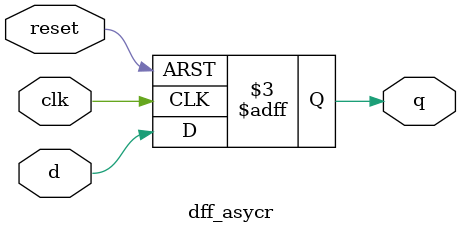
<source format=v>
module dff_asycr (
  input clk,
  input reset,
  input d,
  output reg q
);
  always @(posedge clk or posedge reset) begin
    if (reset == 1'b1) q <= 1'b0;
    else q <= d;
  end
endmodule
</source>
